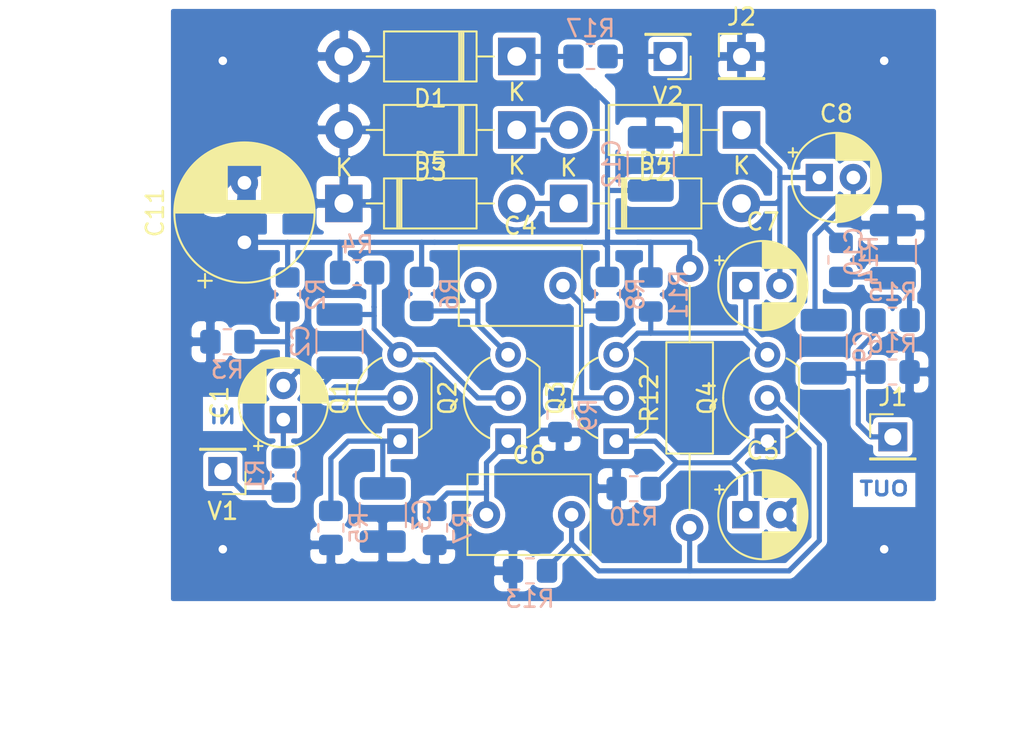
<source format=kicad_pcb>
(kicad_pcb (version 20171130) (host pcbnew "(5.1.7-0-10_14)")
  (layers (0 F.Cu signal) (31 B.Cu signal) (34 B.Paste user hide) (35 F.Paste user) (36 B.SilkS user hide) (37 F.SilkS user) (38 B.Mask user) (39 F.Mask user) (44 Edge.Cuts user))
  (net 0 "")
  (net 1 "Net-(C1-Pad2)")
  (net 2 "Net-(C1-Pad1)")
  (net 3 "Net-(C2-Pad1)")
  (net 4 "Net-(C3-Pad2)")
  (net 5 GND)
  (net 6 "Net-(C4-Pad2)")
  (net 7 "Net-(C4-Pad1)")
  (net 8 "Net-(C5-Pad1)")
  (net 9 "Net-(C6-Pad2)")
  (net 10 "Net-(C6-Pad1)")
  (net 11 MID)
  (net 12 "Net-(C7-Pad1)")
  (net 13 "Net-(C8-Pad2)")
  (net 14 OUT)
  (net 15 "Net-(C10-Pad2)")
  (net 16 IN)
  (net 17 +9V)
  (net 18 SUPPLY)
  (net 19 "Net-(D2-Pad2)")
  (net 20 "Net-(D4-Pad1)")
  (module Resistor_SMD:R_0805_2012Metric_Pad1.20x1.40mm_HandSolder (layer B.Cu) (at 54.88 29.972 180)
    (fp_text reference R17 (at 0 1.65) (layer B.SilkS) (effects (justify mirror)))
    (fp_text value 100)
    (pad 2 smd roundrect (at 1 0 180) (size 1.2 1.4) (layers B.Cu B.Paste B.Mask) (roundrect_rratio 0.2083325) (net 17 +9V))
    (pad 1 smd roundrect (at -1 0 180) (size 1.2 1.4) (layers B.Cu B.Paste B.Mask) (roundrect_rratio 0.2083325) (net 18 SUPPLY))
  )
  (module Diode_THT:D_DO-41_SOD81_P10.16mm_Horizontal (layer F.Cu) (at 40.386 38.608)
    (fp_text reference D5 (at 5.08 -2.47) (layer F.SilkS))
    (fp_text value 1N4007)
    (fp_text user K (at 0 -2.1) (layer F.SilkS))
    (pad 2 thru_hole oval (at 10.16 0) (size 2.2 2.2) (drill 1.1) (layers *.Cu *.Mask) (net 20 "Net-(D4-Pad1)"))
    (pad 1 thru_hole rect (at 0 0) (size 2.2 2.2) (drill 1.1) (layers *.Cu *.Mask) (net 5 GND))
  )
  (module Diode_THT:D_DO-41_SOD81_P10.16mm_Horizontal (layer F.Cu) (at 53.594 38.608)
    (fp_text reference D4 (at 5.08 -2.47) (layer F.SilkS))
    (fp_text value 1N4007)
    (fp_text user K (at 0 -2.1) (layer F.SilkS))
    (pad 2 thru_hole oval (at 10.16 0) (size 2.2 2.2) (drill 1.1) (layers *.Cu *.Mask) (net 11 MID))
    (pad 1 thru_hole rect (at 0 0) (size 2.2 2.2) (drill 1.1) (layers *.Cu *.Mask) (net 20 "Net-(D4-Pad1)"))
  )
  (module Diode_THT:D_DO-41_SOD81_P10.16mm_Horizontal (layer F.Cu) (at 50.546 34.29 180)
    (fp_text reference D3 (at 5.08 -2.47) (layer F.SilkS))
    (fp_text value 1N4007)
    (fp_text user K (at 0 -2.1) (layer F.SilkS))
    (pad 2 thru_hole oval (at 10.16 0 180) (size 2.2 2.2) (drill 1.1) (layers *.Cu *.Mask) (net 5 GND))
    (pad 1 thru_hole rect (at 0 0 180) (size 2.2 2.2) (drill 1.1) (layers *.Cu *.Mask) (net 19 "Net-(D2-Pad2)"))
  )
  (module Diode_THT:D_DO-41_SOD81_P10.16mm_Horizontal (layer F.Cu) (at 63.754 34.29 180)
    (fp_text reference D2 (at 5.08 -2.47) (layer F.SilkS))
    (fp_text value 1N4007)
    (fp_text user K (at 0 -2.1) (layer F.SilkS))
    (pad 2 thru_hole oval (at 10.16 0 180) (size 2.2 2.2) (drill 1.1) (layers *.Cu *.Mask) (net 19 "Net-(D2-Pad2)"))
    (pad 1 thru_hole rect (at 0 0 180) (size 2.2 2.2) (drill 1.1) (layers *.Cu *.Mask) (net 11 MID))
  )
  (module Diode_THT:D_DO-41_SOD81_P10.16mm_Horizontal (layer F.Cu) (at 50.546 29.972 180)
    (fp_text reference D1 (at 5.08 -2.47) (layer F.SilkS))
    (fp_text value 1N4007)
    (fp_text user K (at 0 -2.1) (layer F.SilkS))
    (pad 2 thru_hole oval (at 10.16 0 180) (size 2.2 2.2) (drill 1.1) (layers *.Cu *.Mask) (net 5 GND))
    (pad 1 thru_hole rect (at 0 0 180) (size 2.2 2.2) (drill 1.1) (layers *.Cu *.Mask) (net 17 +9V))
  )
  (module Capacitor_SMD:C_1210_3225Metric_Pad1.33x2.70mm_HandSolder (layer B.Cu) (at 42.672 56.9175 90)
    (fp_text reference C3 (at 0 2.3 90) (layer B.SilkS) (effects (justify mirror)))
    (fp_text value 100n)
    (pad 2 smd roundrect (at 1.5625 0 90) (size 1.325 2.7) (layers B.Cu B.Paste B.Mask) (roundrect_rratio 0.1886784905660377) (net 4 "Net-(C3-Pad2)"))
    (pad 1 smd roundrect (at -1.5625 0 90) (size 1.325 2.7) (layers B.Cu B.Paste B.Mask) (roundrect_rratio 0.1886784905660377) (net 5 GND))
  )
  (module Capacitor_SMD:C_1210_3225Metric_Pad1.33x2.70mm_HandSolder (layer B.Cu) (at 58.42 36.2835 270)
    (fp_text reference C12 (at 0 2.3 90) (layer B.SilkS) (effects (justify mirror)))
    (fp_text value 100n)
    (pad 2 smd roundrect (at 1.5625 0 270) (size 1.325 2.7) (layers B.Cu B.Paste B.Mask) (roundrect_rratio 0.1886784905660377) (net 17 +9V))
    (pad 1 smd roundrect (at -1.5625 0 270) (size 1.325 2.7) (layers B.Cu B.Paste B.Mask) (roundrect_rratio 0.1886784905660377) (net 5 GND))
  )
  (module Capacitor_SMD:C_1210_3225Metric_Pad1.33x2.70mm_HandSolder (layer B.Cu) (at 72.644 41.4405 270)
    (fp_text reference C10 (at 0 2.3 90) (layer B.SilkS) (effects (justify mirror)))
    (fp_text value 22n)
    (pad 2 smd roundrect (at 1.5625 0 270) (size 1.325 2.7) (layers B.Cu B.Paste B.Mask) (roundrect_rratio 0.1886784905660377) (net 15 "Net-(C10-Pad2)"))
    (pad 1 smd roundrect (at -1.5625 0 270) (size 1.325 2.7) (layers B.Cu B.Paste B.Mask) (roundrect_rratio 0.1886784905660377) (net 5 GND))
  )
  (module Capacitor_SMD:C_1210_3225Metric_Pad1.33x2.70mm_HandSolder (layer B.Cu) (at 68.58 47.0285 90)
    (fp_text reference C9 (at 0 2.3 90) (layer B.SilkS) (effects (justify mirror)))
    (fp_text value 1n)
    (pad 2 smd roundrect (at 1.5625 0 90) (size 1.325 2.7) (layers B.Cu B.Paste B.Mask) (roundrect_rratio 0.1886784905660377) (net 13 "Net-(C8-Pad2)"))
    (pad 1 smd roundrect (at -1.5625 0 90) (size 1.325 2.7) (layers B.Cu B.Paste B.Mask) (roundrect_rratio 0.1886784905660377) (net 14 OUT))
  )
  (module Capacitor_SMD:C_1210_3225Metric_Pad1.33x2.70mm_HandSolder (layer B.Cu) (at 40.132 46.6975 270)
    (fp_text reference C2 (at 0 2.3 90) (layer B.SilkS) (effects (justify mirror)))
    (fp_text value 2.2n)
    (pad 2 smd roundrect (at 1.5625 0 270) (size 1.325 2.7) (layers B.Cu B.Paste B.Mask) (roundrect_rratio 0.1886784905660377) (net 1 "Net-(C1-Pad2)"))
    (pad 1 smd roundrect (at -1.5625 0 270) (size 1.325 2.7) (layers B.Cu B.Paste B.Mask) (roundrect_rratio 0.1886784905660377) (net 3 "Net-(C2-Pad1)"))
  )
  (module Connector_PinHeader_2.54mm:PinHeader_1x01_P2.54mm_Vertical (layer F.Cu) (at 72.644 52.324)
    (fp_text reference J1 (at 0 -2.33) (layer F.SilkS))
    (fp_text value Conn_01x01_Female)
    (pad 1 thru_hole rect (at 0 0) (size 1.7 1.7) (drill 1) (layers *.Cu *.Mask) (net 14 OUT))
  )
  (module Connector_PinHeader_2.54mm:PinHeader_1x01_P2.54mm_Vertical (layer F.Cu) (at 59.436 29.972 180)
    (fp_text reference V2 (at 0 -2.33) (layer F.SilkS))
    (fp_text value VSOURCE)
    (pad 1 thru_hole rect (at 0 0 180) (size 1.7 1.7) (drill 1) (layers *.Cu *.Mask) (net 18 SUPPLY))
  )
  (module Connector_PinHeader_2.54mm:PinHeader_1x01_P2.54mm_Vertical (layer F.Cu) (at 63.754 29.972)
    (fp_text reference J2 (at 0 -2.33) (layer F.SilkS))
    (fp_text value Conn_01x01_Female)
    (pad 1 thru_hole rect (at 0 0) (size 1.7 1.7) (drill 1) (layers *.Cu *.Mask) (net 5 GND))
  )
  (module Connector_PinHeader_2.54mm:PinHeader_1x01_P2.54mm_Vertical (layer F.Cu) (at 33.274 54.356 180)
    (fp_text reference V1 (at 0 -2.33) (layer F.SilkS))
    (fp_text value VSOURCE)
    (pad 1 thru_hole rect (at 0 0 180) (size 1.7 1.7) (drill 1) (layers *.Cu *.Mask) (net 16 IN))
  )
  (module Capacitor_THT:CP_Radial_D5.0mm_P2.00mm (layer F.Cu) (at 68.326 37.084)
    (fp_text reference C8 (at 1 -3.75) (layer F.SilkS))
    (fp_text value 10u)
    (pad 2 thru_hole circle (at 2 0) (size 1.6 1.6) (drill 0.8) (layers *.Cu *.Mask) (net 13 "Net-(C8-Pad2)"))
    (pad 1 thru_hole rect (at 0 0) (size 1.6 1.6) (drill 0.8) (layers *.Cu *.Mask) (net 11 MID))
  )
  (module Capacitor_THT:CP_Radial_D5.0mm_P2.00mm (layer F.Cu) (at 64.008 43.434)
    (fp_text reference C7 (at 1 -3.75) (layer F.SilkS))
    (fp_text value 10u)
    (pad 2 thru_hole circle (at 2 0) (size 1.6 1.6) (drill 0.8) (layers *.Cu *.Mask) (net 11 MID))
    (pad 1 thru_hole rect (at 0 0) (size 1.6 1.6) (drill 0.8) (layers *.Cu *.Mask) (net 12 "Net-(C7-Pad1)"))
  )
  (module Capacitor_THT:CP_Radial_D5.0mm_P2.00mm (layer F.Cu) (at 64.008 56.896)
    (fp_text reference C5 (at 1 -3.75) (layer F.SilkS))
    (fp_text value 10u)
    (pad 2 thru_hole circle (at 2 0) (size 1.6 1.6) (drill 0.8) (layers *.Cu *.Mask) (net 5 GND))
    (pad 1 thru_hole rect (at 0 0) (size 1.6 1.6) (drill 0.8) (layers *.Cu *.Mask) (net 8 "Net-(C5-Pad1)"))
  )
  (module Capacitor_THT:CP_Radial_D5.0mm_P2.00mm (layer F.Cu) (at 36.83 51.308 90)
    (fp_text reference C1 (at 1 -3.75 90) (layer F.SilkS))
    (fp_text value 10u)
    (pad 2 thru_hole circle (at 2 0 90) (size 1.6 1.6) (drill 0.8) (layers *.Cu *.Mask) (net 1 "Net-(C1-Pad2)"))
    (pad 1 thru_hole rect (at 0 0 90) (size 1.6 1.6) (drill 0.8) (layers *.Cu *.Mask) (net 2 "Net-(C1-Pad1)"))
  )
  (module Capacitor_THT:CP_Radial_D8.0mm_P3.50mm (layer F.Cu) (at 34.544 40.894 90)
    (fp_text reference C11 (at 1.75 -5.25 90) (layer F.SilkS))
    (fp_text value 100u)
    (pad 2 thru_hole circle (at 3.5 0 90) (size 1.6 1.6) (drill 0.8) (layers *.Cu *.Mask) (net 5 GND))
    (pad 1 thru_hole rect (at 0 0 90) (size 1.6 1.6) (drill 0.8) (layers *.Cu *.Mask) (net 17 +9V))
  )
  (module Resistor_THT:R_Axial_DIN0207_L6.3mm_D2.5mm_P15.24mm_Horizontal (layer F.Cu) (at 60.706 57.658 90)
    (fp_text reference R12 (at 7.62 -2.37 270) (layer F.SilkS))
    (fp_text value 100k)
    (pad 2 thru_hole oval (at 15.24 0 90) (size 1.6 1.6) (drill 0.8) (layers *.Cu *.Mask) (net 17 +9V))
    (pad 1 thru_hole circle (at 0 0 90) (size 1.6 1.6) (drill 0.8) (layers *.Cu *.Mask) (net 9 "Net-(C6-Pad2)"))
  )
  (module Capacitor_THT:C_Rect_L7.0mm_W4.5mm_P5.00mm (layer F.Cu) (at 48.768 56.896)
    (fp_text reference C6 (at 2.5 -3.5) (layer F.SilkS))
    (fp_text value 1u)
    (pad 2 thru_hole circle (at 5 0) (size 1.6 1.6) (drill 0.8) (layers *.Cu *.Mask) (net 9 "Net-(C6-Pad2)"))
    (pad 1 thru_hole circle (at 0 0) (size 1.6 1.6) (drill 0.8) (layers *.Cu *.Mask) (net 10 "Net-(C6-Pad1)"))
  )
  (module Capacitor_THT:C_Rect_L7.0mm_W4.5mm_P5.00mm (layer F.Cu) (at 48.26 43.434)
    (fp_text reference C4 (at 2.5 -3.5) (layer F.SilkS))
    (fp_text value 1u)
    (pad 2 thru_hole circle (at 5 0) (size 1.6 1.6) (drill 0.8) (layers *.Cu *.Mask) (net 6 "Net-(C4-Pad2)"))
    (pad 1 thru_hole circle (at 0 0) (size 1.6 1.6) (drill 0.8) (layers *.Cu *.Mask) (net 7 "Net-(C4-Pad1)"))
  )
  (module Resistor_SMD:R_0805_2012Metric_Pad1.20x1.40mm_HandSolder (layer B.Cu) (at 44.958 43.926 90)
    (fp_text reference R6 (at 0 1.65 90) (layer B.SilkS) (effects (justify mirror)))
    (fp_text value 10k)
    (pad 2 smd roundrect (at 1 0 90) (size 1.2 1.4) (layers B.Cu B.Paste B.Mask) (roundrect_rratio 0.2083325) (net 17 +9V))
    (pad 1 smd roundrect (at -1 0 90) (size 1.2 1.4) (layers B.Cu B.Paste B.Mask) (roundrect_rratio 0.2083325) (net 7 "Net-(C4-Pad1)"))
  )
  (module Resistor_SMD:R_0805_2012Metric_Pad1.20x1.40mm_HandSolder (layer B.Cu) (at 72.628 48.514 180)
    (fp_text reference R16 (at 0 1.65) (layer B.SilkS) (effects (justify mirror)))
    (fp_text value 330k)
    (pad 2 smd roundrect (at 1 0 180) (size 1.2 1.4) (layers B.Cu B.Paste B.Mask) (roundrect_rratio 0.2083325) (net 14 OUT))
    (pad 1 smd roundrect (at -1 0 180) (size 1.2 1.4) (layers B.Cu B.Paste B.Mask) (roundrect_rratio 0.2083325) (net 5 GND))
  )
  (module Resistor_SMD:R_0805_2012Metric_Pad1.20x1.40mm_HandSolder (layer B.Cu) (at 72.628 45.466 180)
    (fp_text reference R15 (at 0 1.65) (layer B.SilkS) (effects (justify mirror)))
    (fp_text value 47k)
    (pad 2 smd roundrect (at 1 0 180) (size 1.2 1.4) (layers B.Cu B.Paste B.Mask) (roundrect_rratio 0.2083325) (net 14 OUT))
    (pad 1 smd roundrect (at -1 0 180) (size 1.2 1.4) (layers B.Cu B.Paste B.Mask) (roundrect_rratio 0.2083325) (net 15 "Net-(C10-Pad2)"))
  )
  (module Resistor_SMD:R_0805_2012Metric_Pad1.20x1.40mm_HandSolder (layer B.Cu) (at 69.596 41.926 90)
    (fp_text reference R14 (at 0 1.65 90) (layer B.SilkS) (effects (justify mirror)))
    (fp_text value 100k)
    (pad 2 smd roundrect (at 1 0 90) (size 1.2 1.4) (layers B.Cu B.Paste B.Mask) (roundrect_rratio 0.2083325) (net 13 "Net-(C8-Pad2)"))
    (pad 1 smd roundrect (at -1 0 90) (size 1.2 1.4) (layers B.Cu B.Paste B.Mask) (roundrect_rratio 0.2083325) (net 15 "Net-(C10-Pad2)"))
  )
  (module Resistor_SMD:R_0805_2012Metric_Pad1.20x1.40mm_HandSolder (layer B.Cu) (at 51.324 60.198)
    (fp_text reference R13 (at 0 1.65) (layer B.SilkS) (effects (justify mirror)))
    (fp_text value 10k)
    (pad 2 smd roundrect (at 1 0) (size 1.2 1.4) (layers B.Cu B.Paste B.Mask) (roundrect_rratio 0.2083325) (net 9 "Net-(C6-Pad2)"))
    (pad 1 smd roundrect (at -1 0) (size 1.2 1.4) (layers B.Cu B.Paste B.Mask) (roundrect_rratio 0.2083325) (net 5 GND))
  )
  (module Resistor_SMD:R_0805_2012Metric_Pad1.20x1.40mm_HandSolder (layer B.Cu) (at 58.42 43.958 90)
    (fp_text reference R11 (at 0 1.65 90) (layer B.SilkS) (effects (justify mirror)))
    (fp_text value 22k)
    (pad 2 smd roundrect (at 1 0 90) (size 1.2 1.4) (layers B.Cu B.Paste B.Mask) (roundrect_rratio 0.2083325) (net 17 +9V))
    (pad 1 smd roundrect (at -1 0 90) (size 1.2 1.4) (layers B.Cu B.Paste B.Mask) (roundrect_rratio 0.2083325) (net 12 "Net-(C7-Pad1)"))
  )
  (module Resistor_SMD:R_0805_2012Metric_Pad1.20x1.40mm_HandSolder (layer B.Cu) (at 57.42 55.372)
    (fp_text reference R10 (at 0 1.65) (layer B.SilkS) (effects (justify mirror)))
    (fp_text value 1.8k)
    (pad 2 smd roundrect (at 1 0) (size 1.2 1.4) (layers B.Cu B.Paste B.Mask) (roundrect_rratio 0.2083325) (net 8 "Net-(C5-Pad1)"))
    (pad 1 smd roundrect (at -1 0) (size 1.2 1.4) (layers B.Cu B.Paste B.Mask) (roundrect_rratio 0.2083325) (net 5 GND))
  )
  (module Resistor_SMD:R_0805_2012Metric_Pad1.20x1.40mm_HandSolder (layer B.Cu) (at 53.086 51.038 90)
    (fp_text reference R9 (at 0 1.65 90) (layer B.SilkS) (effects (justify mirror)))
    (fp_text value 10k)
    (pad 2 smd roundrect (at 1 0 90) (size 1.2 1.4) (layers B.Cu B.Paste B.Mask) (roundrect_rratio 0.2083325) (net 6 "Net-(C4-Pad2)"))
    (pad 1 smd roundrect (at -1 0 90) (size 1.2 1.4) (layers B.Cu B.Paste B.Mask) (roundrect_rratio 0.2083325) (net 5 GND))
  )
  (module Resistor_SMD:R_0805_2012Metric_Pad1.20x1.40mm_HandSolder (layer B.Cu) (at 55.88 43.926 90)
    (fp_text reference R8 (at 0 1.65 90) (layer B.SilkS) (effects (justify mirror)))
    (fp_text value 100k)
    (pad 2 smd roundrect (at 1 0 90) (size 1.2 1.4) (layers B.Cu B.Paste B.Mask) (roundrect_rratio 0.2083325) (net 17 +9V))
    (pad 1 smd roundrect (at -1 0 90) (size 1.2 1.4) (layers B.Cu B.Paste B.Mask) (roundrect_rratio 0.2083325) (net 6 "Net-(C4-Pad2)"))
  )
  (module Resistor_SMD:R_0805_2012Metric_Pad1.20x1.40mm_HandSolder (layer B.Cu) (at 45.72 57.674 90)
    (fp_text reference R7 (at 0 1.65 90) (layer B.SilkS) (effects (justify mirror)))
    (fp_text value 10k)
    (pad 2 smd roundrect (at 1 0 90) (size 1.2 1.4) (layers B.Cu B.Paste B.Mask) (roundrect_rratio 0.2083325) (net 10 "Net-(C6-Pad1)"))
    (pad 1 smd roundrect (at -1 0 90) (size 1.2 1.4) (layers B.Cu B.Paste B.Mask) (roundrect_rratio 0.2083325) (net 5 GND))
  )
  (module Resistor_SMD:R_0805_2012Metric_Pad1.20x1.40mm_HandSolder (layer B.Cu) (at 39.624 57.674 90)
    (fp_text reference R5 (at 0 1.65 90) (layer B.SilkS) (effects (justify mirror)))
    (fp_text value 1.8k)
    (pad 2 smd roundrect (at 1 0 90) (size 1.2 1.4) (layers B.Cu B.Paste B.Mask) (roundrect_rratio 0.2083325) (net 4 "Net-(C3-Pad2)"))
    (pad 1 smd roundrect (at -1 0 90) (size 1.2 1.4) (layers B.Cu B.Paste B.Mask) (roundrect_rratio 0.2083325) (net 5 GND))
  )
  (module Resistor_SMD:R_0805_2012Metric_Pad1.20x1.40mm_HandSolder (layer B.Cu) (at 41.164 42.672 180)
    (fp_text reference R4 (at 0 1.65) (layer B.SilkS) (effects (justify mirror)))
    (fp_text value 47k)
    (pad 2 smd roundrect (at 1 0 180) (size 1.2 1.4) (layers B.Cu B.Paste B.Mask) (roundrect_rratio 0.2083325) (net 17 +9V))
    (pad 1 smd roundrect (at -1 0 180) (size 1.2 1.4) (layers B.Cu B.Paste B.Mask) (roundrect_rratio 0.2083325) (net 3 "Net-(C2-Pad1)"))
  )
  (module Resistor_SMD:R_0805_2012Metric_Pad1.20x1.40mm_HandSolder (layer B.Cu) (at 33.544 46.736)
    (fp_text reference R3 (at 0 1.65) (layer B.SilkS) (effects (justify mirror)))
    (fp_text value 10k)
    (pad 2 smd roundrect (at 1 0) (size 1.2 1.4) (layers B.Cu B.Paste B.Mask) (roundrect_rratio 0.2083325) (net 1 "Net-(C1-Pad2)"))
    (pad 1 smd roundrect (at -1 0) (size 1.2 1.4) (layers B.Cu B.Paste B.Mask) (roundrect_rratio 0.2083325) (net 5 GND))
  )
  (module Resistor_SMD:R_0805_2012Metric_Pad1.20x1.40mm_HandSolder (layer B.Cu) (at 37.084 43.958 90)
    (fp_text reference R2 (at 0 1.65 90) (layer B.SilkS) (effects (justify mirror)))
    (fp_text value 100k)
    (pad 2 smd roundrect (at 1 0 90) (size 1.2 1.4) (layers B.Cu B.Paste B.Mask) (roundrect_rratio 0.2083325) (net 17 +9V))
    (pad 1 smd roundrect (at -1 0 90) (size 1.2 1.4) (layers B.Cu B.Paste B.Mask) (roundrect_rratio 0.2083325) (net 1 "Net-(C1-Pad2)"))
  )
  (module Resistor_SMD:R_0805_2012Metric_Pad1.20x1.40mm_HandSolder (layer B.Cu) (at 36.83 54.594 270)
    (fp_text reference R1 (at 0 1.65 90) (layer B.SilkS) (effects (justify mirror)))
    (fp_text value 22k)
    (pad 2 smd roundrect (at 1 0 270) (size 1.2 1.4) (layers B.Cu B.Paste B.Mask) (roundrect_rratio 0.2083325) (net 16 IN))
    (pad 1 smd roundrect (at -1 0 270) (size 1.2 1.4) (layers B.Cu B.Paste B.Mask) (roundrect_rratio 0.2083325) (net 2 "Net-(C1-Pad1)"))
  )
  (module Package_TO_SOT_THT:TO-92_Inline_Wide (layer F.Cu) (at 65.278 52.578 90)
    (fp_text reference Q4 (at 2.54 -3.56 90) (layer F.SilkS))
    (fp_text value 2N2219)
    (pad 1 thru_hole rect (at 0 0 90) (size 1.5 1.5) (drill 0.8) (layers *.Cu *.Mask) (net 8 "Net-(C5-Pad1)"))
    (pad 3 thru_hole circle (at 5.08 0 90) (size 1.5 1.5) (drill 0.8) (layers *.Cu *.Mask) (net 12 "Net-(C7-Pad1)"))
    (pad 2 thru_hole circle (at 2.54 0 90) (size 1.5 1.5) (drill 0.8) (layers *.Cu *.Mask) (net 9 "Net-(C6-Pad2)"))
  )
  (module Package_TO_SOT_THT:TO-92_Inline_Wide (layer F.Cu) (at 56.388 52.578 90)
    (fp_text reference Q3 (at 2.54 -3.56 90) (layer F.SilkS))
    (fp_text value 2N2219)
    (pad 1 thru_hole rect (at 0 0 90) (size 1.5 1.5) (drill 0.8) (layers *.Cu *.Mask) (net 8 "Net-(C5-Pad1)"))
    (pad 3 thru_hole circle (at 5.08 0 90) (size 1.5 1.5) (drill 0.8) (layers *.Cu *.Mask) (net 12 "Net-(C7-Pad1)"))
    (pad 2 thru_hole circle (at 2.54 0 90) (size 1.5 1.5) (drill 0.8) (layers *.Cu *.Mask) (net 6 "Net-(C4-Pad2)"))
  )
  (module Package_TO_SOT_THT:TO-92_Inline_Wide (layer F.Cu) (at 50.038 52.578 90)
    (fp_text reference Q2 (at 2.54 -3.56 90) (layer F.SilkS))
    (fp_text value 2N2219)
    (pad 1 thru_hole rect (at 0 0 90) (size 1.5 1.5) (drill 0.8) (layers *.Cu *.Mask) (net 10 "Net-(C6-Pad1)"))
    (pad 3 thru_hole circle (at 5.08 0 90) (size 1.5 1.5) (drill 0.8) (layers *.Cu *.Mask) (net 7 "Net-(C4-Pad1)"))
    (pad 2 thru_hole circle (at 2.54 0 90) (size 1.5 1.5) (drill 0.8) (layers *.Cu *.Mask) (net 3 "Net-(C2-Pad1)"))
  )
  (module Package_TO_SOT_THT:TO-92_Inline_Wide (layer F.Cu) (at 43.688 52.578 90)
    (fp_text reference Q1 (at 2.54 -3.56 90) (layer F.SilkS))
    (fp_text value 2N2219)
    (pad 1 thru_hole rect (at 0 0 90) (size 1.5 1.5) (drill 0.8) (layers *.Cu *.Mask) (net 4 "Net-(C3-Pad2)"))
    (pad 3 thru_hole circle (at 5.08 0 90) (size 1.5 1.5) (drill 0.8) (layers *.Cu *.Mask) (net 3 "Net-(C2-Pad1)"))
    (pad 2 thru_hole circle (at 2.54 0 90) (size 1.5 1.5) (drill 0.8) (layers *.Cu *.Mask) (net 1 "Net-(C1-Pad2)"))
  )
  (gr_text IN (at 33.274 51.054 180) (layer B.Cu) (effects (font (size 0.8 1) (thickness 0.2)) (justify mirror)))
  (gr_text OUT (at 72.136 55.372) (layer B.Cu) (effects (font (size 0.8 1) (thickness 0.2)) (justify mirror)))
  (via (at 33.274 30.226) (size 1) (drill 0.5) (layers F.Cu B.Cu) (net 5))
  (via (at 72.136 30.226) (size 1) (drill 0.5) (layers F.Cu B.Cu) (net 5))
  (segment (start 37.084 46.736) (end 37.084 44.958) (width 0.3048) (layer B.Cu) (net 1))
  (segment (start 37.084 46.736) (end 34.544 46.736) (width 0.3048) (layer B.Cu) (net 1))
  (segment (start 43.688 50.038) (end 39.37 50.038) (width 0.3048) (layer B.Cu) (net 1))
  (segment (start 37.084 47.752) (end 37.084 46.736) (width 0.3048) (layer B.Cu) (net 1))
  (segment (start 37.719 48.419) (end 37.719 48.387) (width 0.3048) (layer B.Cu) (net 1))
  (segment (start 36.83 49.308) (end 37.719 48.419) (width 0.3048) (layer B.Cu) (net 1))
  (segment (start 37.719 48.387) (end 37.084 47.752) (width 0.3048) (layer B.Cu) (net 1))
  (segment (start 38.989 49.403) (end 38.735 49.403) (width 0.3048) (layer B.Cu) (net 1))
  (segment (start 40.132 48.26) (end 38.989 49.403) (width 0.3048) (layer B.Cu) (net 1))
  (segment (start 38.735 49.403) (end 37.719 48.387) (width 0.3048) (layer B.Cu) (net 1))
  (segment (start 39.37 50.038) (end 38.735 49.403) (width 0.3048) (layer B.Cu) (net 1))
  (segment (start 36.83 51.308) (end 36.83 53.594) (width 0.3048) (layer B.Cu) (net 2))
  (segment (start 43.688 47.498) (end 45.72 47.498) (width 0.3048) (layer B.Cu) (net 3))
  (segment (start 48.26 50.038) (end 50.038 50.038) (width 0.3048) (layer B.Cu) (net 3))
  (segment (start 45.72 47.498) (end 48.26 50.038) (width 0.3048) (layer B.Cu) (net 3))
  (segment (start 42.164 45.974) (end 43.688 47.498) (width 0.3048) (layer B.Cu) (net 3))
  (segment (start 42.164 45.212) (end 42.164 45.974) (width 0.3048) (layer B.Cu) (net 3))
  (segment (start 42.147 44.687) (end 42.164 44.704) (width 0.3048) (layer B.Cu) (net 3))
  (segment (start 42.164 44.704) (end 42.164 45.212) (width 0.3048) (layer B.Cu) (net 3))
  (segment (start 42.164 42.672) (end 42.164 44.704) (width 0.3048) (layer B.Cu) (net 3))
  (segment (start 42.087 45.135) (end 42.164 45.212) (width 0.3048) (layer B.Cu) (net 3))
  (segment (start 40.132 45.135) (end 42.087 45.135) (width 0.3048) (layer B.Cu) (net 3))
  (segment (start 39.624 53.594) (end 39.624 56.388) (width 0.3048) (layer B.Cu) (net 4))
  (segment (start 40.64 52.578) (end 39.624 53.594) (width 0.3048) (layer B.Cu) (net 4))
  (segment (start 42.672 55.355) (end 42.672 52.578) (width 0.3048) (layer B.Cu) (net 4))
  (segment (start 42.672 52.578) (end 40.64 52.578) (width 0.3048) (layer B.Cu) (net 4))
  (segment (start 43.688 52.578) (end 42.672 52.578) (width 0.3048) (layer B.Cu) (net 4))
  (via (at 33.274 58.928) (size 1) (drill 0.5) (layers F.Cu B.Cu) (net 5))
  (via (at 72.136 58.928) (size 1) (drill 0.5) (layers F.Cu B.Cu) (net 5))
  (segment (start 54.356 44.53) (end 53.26 43.434) (width 0.3048) (layer B.Cu) (net 6))
  (segment (start 56.388 50.038) (end 54.356 50.038) (width 0.3048) (layer B.Cu) (net 6))
  (segment (start 54.356 50.038) (end 53.086 50.038) (width 0.3048) (layer B.Cu) (net 6))
  (segment (start 54.388 44.926) (end 54.356 44.958) (width 0.3048) (layer B.Cu) (net 6))
  (segment (start 55.88 44.926) (end 54.388 44.926) (width 0.3048) (layer B.Cu) (net 6))
  (segment (start 54.356 44.958) (end 54.356 44.53) (width 0.3048) (layer B.Cu) (net 6))
  (segment (start 54.356 50.038) (end 54.356 44.958) (width 0.3048) (layer B.Cu) (net 6))
  (segment (start 48.26 45.72) (end 50.038 47.498) (width 0.3048) (layer B.Cu) (net 7))
  (segment (start 48.228 44.926) (end 48.26 44.958) (width 0.3048) (layer B.Cu) (net 7))
  (segment (start 44.958 44.926) (end 48.228 44.926) (width 0.3048) (layer B.Cu) (net 7))
  (segment (start 48.26 44.958) (end 48.26 45.72) (width 0.3048) (layer B.Cu) (net 7))
  (segment (start 48.26 43.434) (end 48.26 44.958) (width 0.3048) (layer B.Cu) (net 7))
  (segment (start 56.388 52.578) (end 58.674 52.578) (width 0.3048) (layer B.Cu) (net 8))
  (segment (start 58.674 52.578) (end 59.944 53.848) (width 0.3048) (layer B.Cu) (net 8))
  (segment (start 59.944 53.848) (end 63.246 53.848) (width 0.3048) (layer B.Cu) (net 8))
  (segment (start 64.008 54.61) (end 64.008 56.896) (width 0.3048) (layer B.Cu) (net 8))
  (segment (start 63.246 53.848) (end 64.008 54.61) (width 0.3048) (layer B.Cu) (net 8))
  (segment (start 64.516 52.578) (end 63.246 53.848) (width 0.3048) (layer B.Cu) (net 8))
  (segment (start 65.278 52.578) (end 64.516 52.578) (width 0.3048) (layer B.Cu) (net 8))
  (segment (start 59.944 53.848) (end 58.42 55.372) (width 0.3048) (layer B.Cu) (net 8))
  (segment (start 53.768 58.594) (end 53.768 56.896) (width 0.3048) (layer B.Cu) (net 9))
  (segment (start 55.372 60.198) (end 53.768 58.594) (width 0.3048) (layer B.Cu) (net 9))
  (segment (start 60.706 60.198) (end 55.372 60.198) (width 0.3048) (layer B.Cu) (net 9))
  (segment (start 60.706 60.198) (end 60.706 57.658) (width 0.3048) (layer B.Cu) (net 9))
  (segment (start 52.324 60.038) (end 53.768 58.594) (width 0.3048) (layer B.Cu) (net 9))
  (segment (start 52.324 60.198) (end 52.324 60.038) (width 0.3048) (layer B.Cu) (net 9))
  (segment (start 68.326 58.42) (end 66.548 60.198) (width 0.3048) (layer B.Cu) (net 9))
  (segment (start 68.326 52.775998) (end 68.326 58.42) (width 0.3048) (layer B.Cu) (net 9))
  (segment (start 65.588002 50.038) (end 68.326 52.775998) (width 0.3048) (layer B.Cu) (net 9))
  (segment (start 66.548 60.198) (end 60.706 60.198) (width 0.3048) (layer B.Cu) (net 9))
  (segment (start 65.278 50.038) (end 65.588002 50.038) (width 0.3048) (layer B.Cu) (net 9))
  (segment (start 48.768 53.848) (end 50.038 52.578) (width 0.3048) (layer B.Cu) (net 10))
  (segment (start 48.768 54.61) (end 48.768 53.848) (width 0.3048) (layer B.Cu) (net 10))
  (segment (start 48.768 55.118) (end 48.768 54.61) (width 0.3048) (layer B.Cu) (net 10))
  (segment (start 46.482 55.626) (end 45.72 56.388) (width 0.3048) (layer B.Cu) (net 10))
  (segment (start 48.768 56.896) (end 48.768 55.626) (width 0.3048) (layer B.Cu) (net 10))
  (segment (start 48.768 55.626) (end 46.482 55.626) (width 0.3048) (layer B.Cu) (net 10))
  (segment (start 48.768 55.626) (end 48.768 55.118) (width 0.3048) (layer B.Cu) (net 10))
  (segment (start 66.008 36.544) (end 63.754 34.29) (width 0.3048) (layer B.Cu) (net 11))
  (segment (start 63.754 38.608) (end 65.786 38.608) (width 0.3048) (layer B.Cu) (net 11))
  (segment (start 65.786 38.608) (end 66.008 38.386) (width 0.3048) (layer B.Cu) (net 11))
  (segment (start 66.008 43.434) (end 66.008 38.386) (width 0.3048) (layer B.Cu) (net 11))
  (segment (start 66.04 37.084) (end 66.008 37.052) (width 0.3048) (layer B.Cu) (net 11))
  (segment (start 68.326 37.084) (end 66.04 37.084) (width 0.3048) (layer B.Cu) (net 11))
  (segment (start 66.008 37.052) (end 66.008 36.544) (width 0.3048) (layer B.Cu) (net 11))
  (segment (start 66.008 38.386) (end 66.008 37.052) (width 0.3048) (layer B.Cu) (net 11))
  (segment (start 58.42 44.958) (end 58.42 46.228) (width 0.3048) (layer B.Cu) (net 12))
  (segment (start 57.658 46.228) (end 56.388 47.498) (width 0.3048) (layer B.Cu) (net 12))
  (segment (start 58.42 46.228) (end 57.658 46.228) (width 0.3048) (layer B.Cu) (net 12))
  (segment (start 64.008 46.228) (end 58.42 46.228) (width 0.3048) (layer B.Cu) (net 12))
  (segment (start 64.008 43.434) (end 64.008 46.228) (width 0.3048) (layer B.Cu) (net 12))
  (segment (start 64.008 46.228) (end 65.278 47.498) (width 0.3048) (layer B.Cu) (net 12))
  (segment (start 70.326 37.084) (end 70.326 38.21537) (width 0.3048) (layer B.Cu) (net 13))
  (segment (start 68.072 40.46937) (end 68.072 45.897) (width 0.3048) (layer B.Cu) (net 13))
  (segment (start 69.596 40.894) (end 68.621685 39.919685) (width 0.3048) (layer B.Cu) (net 13))
  (segment (start 69.596 40.926) (end 69.596 40.894) (width 0.3048) (layer B.Cu) (net 13))
  (segment (start 68.621685 39.919685) (end 68.072 40.46937) (width 0.3048) (layer B.Cu) (net 13))
  (segment (start 70.326 38.21537) (end 68.621685 39.919685) (width 0.3048) (layer B.Cu) (net 13))
  (segment (start 71.628 46.166) (end 71.628 45.466) (width 0.3048) (layer B.Cu) (net 14))
  (segment (start 72.644 52.324) (end 71.374 52.324) (width 0.3048) (layer B.Cu) (net 14))
  (segment (start 71.628 45.466) (end 71.628 46.228) (width 0.3048) (layer B.Cu) (net 14))
  (segment (start 71.628 46.228) (end 70.612 47.244) (width 0.3048) (layer B.Cu) (net 14))
  (segment (start 70.612 51.562) (end 71.374 52.324) (width 0.3048) (layer B.Cu) (net 14))
  (segment (start 70.435 48.591) (end 70.612 48.768) (width 0.3048) (layer B.Cu) (net 14))
  (segment (start 68.58 48.591) (end 70.435 48.591) (width 0.3048) (layer B.Cu) (net 14))
  (segment (start 70.612 48.768) (end 70.612 51.562) (width 0.3048) (layer B.Cu) (net 14))
  (segment (start 71.628 48.514) (end 70.612 48.514) (width 0.3048) (layer B.Cu) (net 14))
  (segment (start 70.612 48.514) (end 70.612 48.768) (width 0.3048) (layer B.Cu) (net 14))
  (segment (start 70.612 47.244) (end 70.612 48.514) (width 0.3048) (layer B.Cu) (net 14))
  (segment (start 73.66 45.434) (end 73.628 45.466) (width 0.3048) (layer B.Cu) (net 15))
  (segment (start 72.567 42.926) (end 72.644 43.003) (width 0.3048) (layer B.Cu) (net 15))
  (segment (start 69.596 42.926) (end 72.567 42.926) (width 0.3048) (layer B.Cu) (net 15))
  (segment (start 73.628 43.987) (end 72.644 43.003) (width 0.3048) (layer B.Cu) (net 15))
  (segment (start 73.628 45.466) (end 73.628 43.987) (width 0.3048) (layer B.Cu) (net 15))
  (segment (start 50.546 34.29) (end 53.594 34.29) (width 0.3048) (layer B.Cu) (net 19))
  (segment (start 50.546 38.608) (end 53.594 38.608) (width 0.3048) (layer B.Cu) (net 20))
  (segment (start 34.512 55.594) (end 36.83 55.594) (width 0.3048) (layer B.Cu) (net 16))
  (segment (start 33.274 54.356) (end 34.512 55.594) (width 0.3048) (layer B.Cu) (net 16))
  (segment (start 45.72 40.894) (end 54.61 40.894) (width 0.3048) (layer B.Cu) (net 17))
  (segment (start 55.88 41.148) (end 55.626 40.894) (width 0.3048) (layer B.Cu) (net 17))
  (segment (start 55.88 42.926) (end 55.88 41.148) (width 0.3048) (layer B.Cu) (net 17))
  (segment (start 54.61 40.894) (end 55.626 40.894) (width 0.3048) (layer B.Cu) (net 17))
  (segment (start 44.958 42.926) (end 44.958 40.894) (width 0.3048) (layer B.Cu) (net 17))
  (segment (start 44.958 40.894) (end 45.72 40.894) (width 0.3048) (layer B.Cu) (net 17))
  (segment (start 42.164 40.894) (end 44.958 40.894) (width 0.3048) (layer B.Cu) (net 17))
  (segment (start 40.164 42.672) (end 40.164 40.926) (width 0.3048) (layer B.Cu) (net 17))
  (segment (start 40.132 40.894) (end 42.164 40.894) (width 0.3048) (layer B.Cu) (net 17))
  (segment (start 40.164 40.926) (end 40.132 40.894) (width 0.3048) (layer B.Cu) (net 17))
  (segment (start 58.42 40.894) (end 57.658 40.894) (width 0.3048) (layer B.Cu) (net 17))
  (segment (start 58.42 42.958) (end 58.42 40.894) (width 0.3048) (layer B.Cu) (net 17))
  (segment (start 60.706 40.894) (end 60.706 42.418) (width 0.3048) (layer B.Cu) (net 17))
  (segment (start 57.658 40.894) (end 60.706 40.894) (width 0.3048) (layer B.Cu) (net 17))
  (segment (start 55.88 40.894) (end 57.658 40.894) (width 0.3048) (layer B.Cu) (net 17))
  (segment (start 55.626 40.894) (end 55.88 40.894) (width 0.3048) (layer B.Cu) (net 17))
  (segment (start 58.42 37.846) (end 55.88 37.846) (width 0.3048) (layer B.Cu) (net 17))
  (segment (start 55.88 37.846) (end 55.88 40.894) (width 0.3048) (layer B.Cu) (net 17))
  (segment (start 53.88 29.972) (end 52.578 29.972) (width 0.3048) (layer B.Cu) (net 17))
  (segment (start 52.578 29.972) (end 50.546 29.972) (width 0.3048) (layer B.Cu) (net 17))
  (segment (start 55.118 32.004) (end 55.88 32.766) (width 0.3048) (layer B.Cu) (net 17))
  (segment (start 55.88 32.766) (end 55.88 37.846) (width 0.3048) (layer B.Cu) (net 17))
  (segment (start 52.578 31.242) (end 53.34 32.004) (width 0.3048) (layer B.Cu) (net 17))
  (segment (start 53.34 32.004) (end 55.118 32.004) (width 0.3048) (layer B.Cu) (net 17))
  (segment (start 52.578 29.972) (end 52.578 31.242) (width 0.3048) (layer B.Cu) (net 17))
  (segment (start 37.084 40.894) (end 37.084 42.958) (width 0.3048) (layer B.Cu) (net 17))
  (segment (start 40.132 40.894) (end 37.084 40.894) (width 0.3048) (layer B.Cu) (net 17))
  (segment (start 37.084 40.894) (end 34.544 40.894) (width 0.3048) (layer B.Cu) (net 17))
  (segment (start 55.88 29.972) (end 59.436 29.972) (width 0.3048) (layer B.Cu) (net 18))
  (zone (net 5) (net_name GND) (layer B.Cu) (connect_pads (clearance 0.3)) (min_thickness 0.254) (fill yes (arc_segments 32) (thermal_gap 0.508) (thermal_bridge_width 0.508))
    (polygon (pts (xy 75.184 61.976) (xy 30.226 61.976) (xy 30.226 27.178) (xy 75.184 27.178)))
  )
)
</source>
